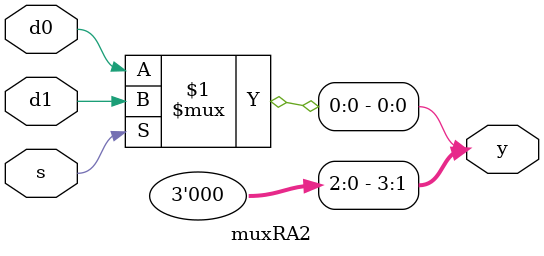
<source format=sv>
`timescale 1ns / 1ps
module muxRA2(input logic d0, d1,
input logic s,
output logic [3:0] y);
assign y = s ? d1 : d0;
endmodule

</source>
